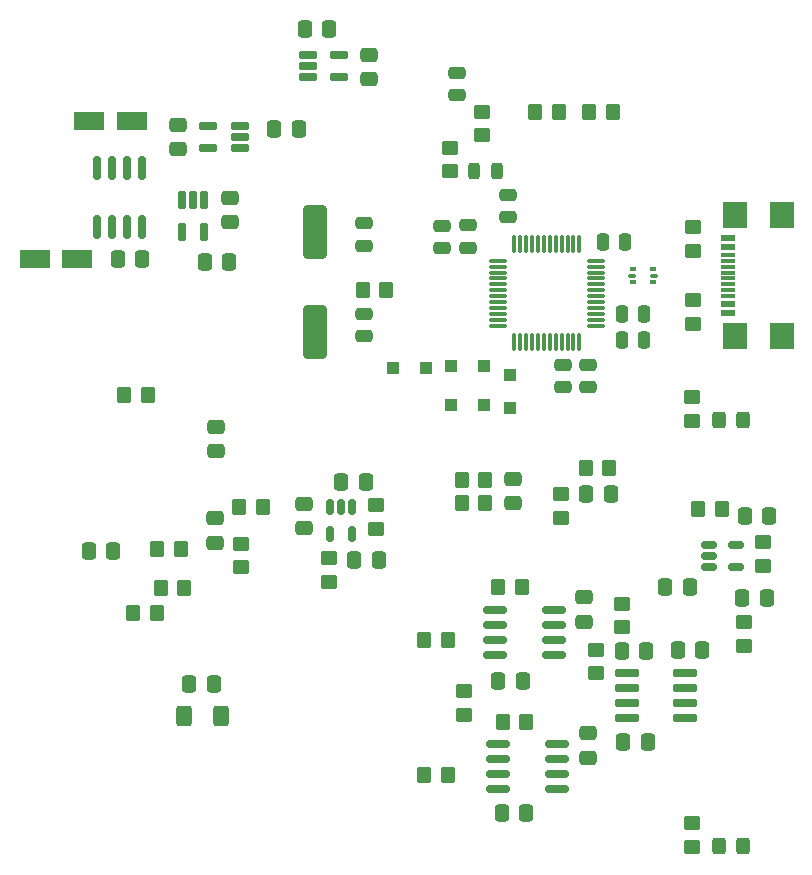
<source format=gbr>
%TF.GenerationSoftware,KiCad,Pcbnew,9.0.2*%
%TF.CreationDate,2025-11-12T20:00:32+01:00*%
%TF.ProjectId,precise_ammeter,70726563-6973-4655-9f61-6d6d65746572,rev?*%
%TF.SameCoordinates,Original*%
%TF.FileFunction,Paste,Top*%
%TF.FilePolarity,Positive*%
%FSLAX46Y46*%
G04 Gerber Fmt 4.6, Leading zero omitted, Abs format (unit mm)*
G04 Created by KiCad (PCBNEW 9.0.2) date 2025-11-12 20:00:32*
%MOMM*%
%LPD*%
G01*
G04 APERTURE LIST*
G04 Aperture macros list*
%AMRoundRect*
0 Rectangle with rounded corners*
0 $1 Rounding radius*
0 $2 $3 $4 $5 $6 $7 $8 $9 X,Y pos of 4 corners*
0 Add a 4 corners polygon primitive as box body*
4,1,4,$2,$3,$4,$5,$6,$7,$8,$9,$2,$3,0*
0 Add four circle primitives for the rounded corners*
1,1,$1+$1,$2,$3*
1,1,$1+$1,$4,$5*
1,1,$1+$1,$6,$7*
1,1,$1+$1,$8,$9*
0 Add four rect primitives between the rounded corners*
20,1,$1+$1,$2,$3,$4,$5,0*
20,1,$1+$1,$4,$5,$6,$7,0*
20,1,$1+$1,$6,$7,$8,$9,0*
20,1,$1+$1,$8,$9,$2,$3,0*%
G04 Aperture macros list end*
%ADD10RoundRect,0.250000X-0.750000X2.000000X-0.750000X-2.000000X0.750000X-2.000000X0.750000X2.000000X0*%
%ADD11RoundRect,0.250000X-0.450000X0.350000X-0.450000X-0.350000X0.450000X-0.350000X0.450000X0.350000X0*%
%ADD12RoundRect,0.250000X-0.337500X-0.475000X0.337500X-0.475000X0.337500X0.475000X-0.337500X0.475000X0*%
%ADD13RoundRect,0.250000X0.475000X-0.337500X0.475000X0.337500X-0.475000X0.337500X-0.475000X-0.337500X0*%
%ADD14RoundRect,0.250000X-0.475000X0.250000X-0.475000X-0.250000X0.475000X-0.250000X0.475000X0.250000X0*%
%ADD15RoundRect,0.250000X0.300000X0.300000X-0.300000X0.300000X-0.300000X-0.300000X0.300000X-0.300000X0*%
%ADD16RoundRect,0.250000X-0.350000X-0.450000X0.350000X-0.450000X0.350000X0.450000X-0.350000X0.450000X0*%
%ADD17RoundRect,0.250000X1.050000X0.550000X-1.050000X0.550000X-1.050000X-0.550000X1.050000X-0.550000X0*%
%ADD18RoundRect,0.250000X0.350000X0.450000X-0.350000X0.450000X-0.350000X-0.450000X0.350000X-0.450000X0*%
%ADD19RoundRect,0.250000X-0.400000X-0.625000X0.400000X-0.625000X0.400000X0.625000X-0.400000X0.625000X0*%
%ADD20RoundRect,0.150000X-0.150000X0.512500X-0.150000X-0.512500X0.150000X-0.512500X0.150000X0.512500X0*%
%ADD21RoundRect,0.250000X0.475000X-0.250000X0.475000X0.250000X-0.475000X0.250000X-0.475000X-0.250000X0*%
%ADD22RoundRect,0.250000X0.450000X-0.350000X0.450000X0.350000X-0.450000X0.350000X-0.450000X-0.350000X0*%
%ADD23RoundRect,0.250000X0.325000X0.450000X-0.325000X0.450000X-0.325000X-0.450000X0.325000X-0.450000X0*%
%ADD24RoundRect,0.250000X-0.250000X-0.475000X0.250000X-0.475000X0.250000X0.475000X-0.250000X0.475000X0*%
%ADD25RoundRect,0.250000X-1.050000X-0.550000X1.050000X-0.550000X1.050000X0.550000X-1.050000X0.550000X0*%
%ADD26RoundRect,0.250000X0.337500X0.475000X-0.337500X0.475000X-0.337500X-0.475000X0.337500X-0.475000X0*%
%ADD27RoundRect,0.250000X-0.475000X0.337500X-0.475000X-0.337500X0.475000X-0.337500X0.475000X0.337500X0*%
%ADD28RoundRect,0.150000X-0.150000X0.825000X-0.150000X-0.825000X0.150000X-0.825000X0.150000X0.825000X0*%
%ADD29RoundRect,0.250000X0.300000X-0.300000X0.300000X0.300000X-0.300000X0.300000X-0.300000X-0.300000X0*%
%ADD30RoundRect,0.243750X0.243750X0.456250X-0.243750X0.456250X-0.243750X-0.456250X0.243750X-0.456250X0*%
%ADD31RoundRect,0.075000X-0.910000X-0.225000X0.910000X-0.225000X0.910000X0.225000X-0.910000X0.225000X0*%
%ADD32R,1.150000X0.600000*%
%ADD33R,1.150000X0.300000*%
%ADD34R,2.000000X2.180000*%
%ADD35RoundRect,0.075000X-0.662500X-0.075000X0.662500X-0.075000X0.662500X0.075000X-0.662500X0.075000X0*%
%ADD36RoundRect,0.075000X-0.075000X-0.662500X0.075000X-0.662500X0.075000X0.662500X-0.075000X0.662500X0*%
%ADD37RoundRect,0.162500X-0.617500X-0.162500X0.617500X-0.162500X0.617500X0.162500X-0.617500X0.162500X0*%
%ADD38RoundRect,0.162500X0.617500X0.162500X-0.617500X0.162500X-0.617500X-0.162500X0.617500X-0.162500X0*%
%ADD39RoundRect,0.150000X-0.825000X-0.150000X0.825000X-0.150000X0.825000X0.150000X-0.825000X0.150000X0*%
%ADD40RoundRect,0.162500X-0.162500X0.617500X-0.162500X-0.617500X0.162500X-0.617500X0.162500X0.617500X0*%
%ADD41RoundRect,0.150000X-0.512500X-0.150000X0.512500X-0.150000X0.512500X0.150000X-0.512500X0.150000X0*%
%ADD42RoundRect,0.093750X-0.156250X-0.093750X0.156250X-0.093750X0.156250X0.093750X-0.156250X0.093750X0*%
%ADD43RoundRect,0.075000X-0.250000X-0.075000X0.250000X-0.075000X0.250000X0.075000X-0.250000X0.075000X0*%
G04 APERTURE END LIST*
D10*
%TO.C,Y1*%
X201200000Y-69532500D03*
X201200000Y-78032500D03*
%TD*%
D11*
%TO.C,R5*%
X212637500Y-62400000D03*
X212637500Y-64400000D03*
%TD*%
D12*
%TO.C,C20*%
X216975000Y-118700000D03*
X219050000Y-118700000D03*
%TD*%
D13*
%TO.C,C8*%
X192790000Y-88067500D03*
X192790000Y-85992500D03*
%TD*%
D14*
%TO.C,C36*%
X222200000Y-80750000D03*
X222200000Y-82650000D03*
%TD*%
D15*
%TO.C,D5*%
X210600000Y-81000000D03*
X207800000Y-81000000D03*
%TD*%
D16*
%TO.C,R3*%
X224100000Y-89500000D03*
X226100000Y-89500000D03*
%TD*%
D17*
%TO.C,C24*%
X185637500Y-60100000D03*
X182037500Y-60100000D03*
%TD*%
D18*
%TO.C,R7*%
X187800000Y-101800000D03*
X185800000Y-101800000D03*
%TD*%
D16*
%TO.C,R24*%
X216675000Y-99600000D03*
X218675000Y-99600000D03*
%TD*%
D19*
%TO.C,R_SENSE1*%
X190100000Y-110500000D03*
X193200000Y-110500000D03*
%TD*%
D12*
%TO.C,C25*%
X197700000Y-60800000D03*
X199775000Y-60800000D03*
%TD*%
D13*
%TO.C,C26*%
X189575000Y-62537500D03*
X189575000Y-60462500D03*
%TD*%
D20*
%TO.C,U2*%
X204306250Y-92830000D03*
X203356250Y-92830000D03*
X202406250Y-92830000D03*
X202406250Y-95105000D03*
X204306250Y-95105000D03*
%TD*%
D21*
%TO.C,C30*%
X211937500Y-70900000D03*
X211937500Y-69000000D03*
%TD*%
D22*
%TO.C,R12*%
X206356250Y-94667500D03*
X206356250Y-92667500D03*
%TD*%
D23*
%TO.C,D1*%
X237400000Y-121500000D03*
X235350000Y-121500000D03*
%TD*%
D16*
%TO.C,R31*%
X224400000Y-59400000D03*
X226400000Y-59400000D03*
%TD*%
D12*
%TO.C,C7*%
X182015000Y-96530000D03*
X184090000Y-96530000D03*
%TD*%
%TO.C,C13*%
X237562500Y-93600000D03*
X239637500Y-93600000D03*
%TD*%
D21*
%TO.C,C38*%
X214137500Y-70850000D03*
X214137500Y-68950000D03*
%TD*%
D24*
%TO.C,C37*%
X227150000Y-76500000D03*
X229050000Y-76500000D03*
%TD*%
D12*
%TO.C,C14*%
X237325000Y-100500000D03*
X239400000Y-100500000D03*
%TD*%
D25*
%TO.C,C27*%
X177437500Y-71800000D03*
X181037500Y-71800000D03*
%TD*%
D24*
%TO.C,C32*%
X227150000Y-78700000D03*
X229050000Y-78700000D03*
%TD*%
D13*
%TO.C,C19*%
X224250000Y-114037500D03*
X224250000Y-111962500D03*
%TD*%
D16*
%TO.C,R19*%
X210400000Y-104090000D03*
X212400000Y-104090000D03*
%TD*%
D26*
%TO.C,C28*%
X186537500Y-71800000D03*
X184462500Y-71800000D03*
%TD*%
D27*
%TO.C,C5*%
X205725000Y-54512500D03*
X205725000Y-56587500D03*
%TD*%
D22*
%TO.C,R21*%
X227125000Y-102995000D03*
X227125000Y-100995000D03*
%TD*%
D15*
%TO.C,D4*%
X215500000Y-84200000D03*
X212700000Y-84200000D03*
%TD*%
D12*
%TO.C,C11*%
X203381250Y-90667500D03*
X205456250Y-90667500D03*
%TD*%
D11*
%TO.C,R29*%
X233200000Y-75300000D03*
X233200000Y-77300000D03*
%TD*%
D18*
%TO.C,R30*%
X221800000Y-59400000D03*
X219800000Y-59400000D03*
%TD*%
D12*
%TO.C,C10*%
X204481250Y-97267500D03*
X206556250Y-97267500D03*
%TD*%
%TO.C,C2*%
X190537500Y-107800000D03*
X192612500Y-107800000D03*
%TD*%
D27*
%TO.C,C6*%
X192700000Y-93762500D03*
X192700000Y-95837500D03*
%TD*%
D22*
%TO.C,R22*%
X213800000Y-110400000D03*
X213800000Y-108400000D03*
%TD*%
D26*
%TO.C,C16*%
X233965000Y-104890000D03*
X231890000Y-104890000D03*
%TD*%
D11*
%TO.C,R10*%
X194900000Y-95900000D03*
X194900000Y-97900000D03*
%TD*%
D28*
%TO.C,U9*%
X186542500Y-64125000D03*
X185272500Y-64125000D03*
X184002500Y-64125000D03*
X182732500Y-64125000D03*
X182732500Y-69075000D03*
X184002500Y-69075000D03*
X185272500Y-69075000D03*
X186542500Y-69075000D03*
%TD*%
D29*
%TO.C,D6*%
X217700000Y-84400000D03*
X217700000Y-81600000D03*
%TD*%
D12*
%TO.C,C15*%
X227250000Y-112695000D03*
X229325000Y-112695000D03*
%TD*%
D26*
%TO.C,C12*%
X232900000Y-99600000D03*
X230825000Y-99600000D03*
%TD*%
D22*
%TO.C,R20*%
X224925000Y-106895000D03*
X224925000Y-104895000D03*
%TD*%
D18*
%TO.C,R4*%
X215600000Y-92500000D03*
X213600000Y-92500000D03*
%TD*%
D12*
%TO.C,C18*%
X216700000Y-107500000D03*
X218775000Y-107500000D03*
%TD*%
D16*
%TO.C,R8*%
X184990000Y-83330000D03*
X186990000Y-83330000D03*
%TD*%
D21*
%TO.C,C29*%
X205300000Y-70682500D03*
X205300000Y-68782500D03*
%TD*%
D18*
%TO.C,R16*%
X215600000Y-90500000D03*
X213600000Y-90500000D03*
%TD*%
D30*
%TO.C,D3*%
X216537500Y-64400000D03*
X214662500Y-64400000D03*
%TD*%
D31*
%TO.C,U4*%
X227585000Y-106895000D03*
X227585000Y-108165000D03*
X227585000Y-109435000D03*
X227585000Y-110705000D03*
X232525000Y-110705000D03*
X232525000Y-109435000D03*
X232525000Y-108165000D03*
X232525000Y-106895000D03*
%TD*%
D24*
%TO.C,C34*%
X225550000Y-70410000D03*
X227450000Y-70410000D03*
%TD*%
D14*
%TO.C,C35*%
X224300000Y-80750000D03*
X224300000Y-82650000D03*
%TD*%
D18*
%TO.C,R15*%
X235600000Y-92950000D03*
X233600000Y-92950000D03*
%TD*%
D15*
%TO.C,D7*%
X215500000Y-80900000D03*
X212700000Y-80900000D03*
%TD*%
D16*
%TO.C,R23*%
X217050000Y-111000000D03*
X219050000Y-111000000D03*
%TD*%
D11*
%TO.C,R1*%
X215337500Y-59340000D03*
X215337500Y-61340000D03*
%TD*%
D27*
%TO.C,C9*%
X200206250Y-92530000D03*
X200206250Y-94605000D03*
%TD*%
D32*
%TO.C,J3*%
X236162500Y-76410000D03*
X236162500Y-75610000D03*
D33*
X236162500Y-74460000D03*
X236162500Y-73460000D03*
X236162500Y-72960000D03*
X236162500Y-71960000D03*
D32*
X236162500Y-70010000D03*
X236162500Y-70810000D03*
D33*
X236162500Y-71460000D03*
X236162500Y-72460000D03*
X236162500Y-73960000D03*
X236162500Y-74960000D03*
D34*
X236737500Y-78320000D03*
X236737500Y-68100000D03*
X240667500Y-78320000D03*
X240667500Y-68100000D03*
%TD*%
D21*
%TO.C,C33*%
X217500000Y-68250000D03*
X217500000Y-66350000D03*
%TD*%
D35*
%TO.C,U11*%
X216637500Y-71960000D03*
X216637500Y-72460000D03*
X216637500Y-72960000D03*
X216637500Y-73460000D03*
X216637500Y-73960000D03*
X216637500Y-74460000D03*
X216637500Y-74960000D03*
X216637500Y-75460000D03*
X216637500Y-75960000D03*
X216637500Y-76460000D03*
X216637500Y-76960000D03*
X216637500Y-77460000D03*
D36*
X218050000Y-78872500D03*
X218550000Y-78872500D03*
X219050000Y-78872500D03*
X219550000Y-78872500D03*
X220050000Y-78872500D03*
X220550000Y-78872500D03*
X221050000Y-78872500D03*
X221550000Y-78872500D03*
X222050000Y-78872500D03*
X222550000Y-78872500D03*
X223050000Y-78872500D03*
X223550000Y-78872500D03*
D35*
X224962500Y-77460000D03*
X224962500Y-76960000D03*
X224962500Y-76460000D03*
X224962500Y-75960000D03*
X224962500Y-75460000D03*
X224962500Y-74960000D03*
X224962500Y-74460000D03*
X224962500Y-73960000D03*
X224962500Y-73460000D03*
X224962500Y-72960000D03*
X224962500Y-72460000D03*
X224962500Y-71960000D03*
D36*
X223550000Y-70547500D03*
X223050000Y-70547500D03*
X222550000Y-70547500D03*
X222050000Y-70547500D03*
X221550000Y-70547500D03*
X221050000Y-70547500D03*
X220550000Y-70547500D03*
X220050000Y-70547500D03*
X219550000Y-70547500D03*
X219050000Y-70547500D03*
X218550000Y-70547500D03*
X218050000Y-70547500D03*
%TD*%
D12*
%TO.C,C1*%
X200287500Y-52350000D03*
X202362500Y-52350000D03*
%TD*%
D14*
%TO.C,C31*%
X205300000Y-76432500D03*
X205300000Y-78332500D03*
%TD*%
D37*
%TO.C,U7*%
X200537500Y-54500000D03*
X200537500Y-55450000D03*
X200537500Y-56400000D03*
X203237500Y-56400000D03*
X203237500Y-54500000D03*
%TD*%
D11*
%TO.C,R27*%
X233100000Y-119575000D03*
X233100000Y-121575000D03*
%TD*%
D38*
%TO.C,U10*%
X194850000Y-62450000D03*
X194850000Y-61500000D03*
X194850000Y-60550000D03*
X192150000Y-60550000D03*
X192150000Y-62450000D03*
%TD*%
D11*
%TO.C,R2*%
X222000000Y-91700000D03*
X222000000Y-93700000D03*
%TD*%
D39*
%TO.C,U5*%
X216700000Y-112895000D03*
X216700000Y-114165000D03*
X216700000Y-115435000D03*
X216700000Y-116705000D03*
X221650000Y-116705000D03*
X221650000Y-115435000D03*
X221650000Y-114165000D03*
X221650000Y-112895000D03*
%TD*%
D14*
%TO.C,C40*%
X213200000Y-56050000D03*
X213200000Y-57950000D03*
%TD*%
D18*
%TO.C,R9*%
X189790000Y-96330000D03*
X187790000Y-96330000D03*
%TD*%
D11*
%TO.C,R26*%
X233100000Y-83500000D03*
X233100000Y-85500000D03*
%TD*%
D39*
%TO.C,U6*%
X216425000Y-101495000D03*
X216425000Y-102765000D03*
X216425000Y-104035000D03*
X216425000Y-105305000D03*
X221375000Y-105305000D03*
X221375000Y-104035000D03*
X221375000Y-102765000D03*
X221375000Y-101495000D03*
%TD*%
D27*
%TO.C,C4*%
X217900000Y-90425000D03*
X217900000Y-92500000D03*
%TD*%
D40*
%TO.C,U8*%
X191800000Y-66800000D03*
X190850000Y-66800000D03*
X189900000Y-66800000D03*
X189900000Y-69500000D03*
X191800000Y-69500000D03*
%TD*%
D13*
%TO.C,C21*%
X223975000Y-102537500D03*
X223975000Y-100462500D03*
%TD*%
D16*
%TO.C,R18*%
X210400000Y-115500000D03*
X212400000Y-115500000D03*
%TD*%
D11*
%TO.C,R14*%
X239100000Y-95800000D03*
X239100000Y-97800000D03*
%TD*%
D12*
%TO.C,C3*%
X224125000Y-91700000D03*
X226200000Y-91700000D03*
%TD*%
D16*
%TO.C,R11*%
X194756250Y-92767500D03*
X196756250Y-92767500D03*
%TD*%
D22*
%TO.C,R17*%
X237500000Y-104550000D03*
X237500000Y-102550000D03*
%TD*%
%TO.C,R13*%
X202356250Y-99167500D03*
X202356250Y-97167500D03*
%TD*%
D18*
%TO.C,R6*%
X190100000Y-99700000D03*
X188100000Y-99700000D03*
%TD*%
D22*
%TO.C,R28*%
X233200000Y-71100000D03*
X233200000Y-69100000D03*
%TD*%
D41*
%TO.C,U3*%
X234562500Y-96000000D03*
X234562500Y-96950000D03*
X234562500Y-97900000D03*
X236837500Y-97900000D03*
X236837500Y-96000000D03*
%TD*%
D23*
%TO.C,D2*%
X237400000Y-85400000D03*
X235350000Y-85400000D03*
%TD*%
D12*
%TO.C,C23*%
X191825000Y-72050000D03*
X193900000Y-72050000D03*
%TD*%
D16*
%TO.C,R25*%
X205200000Y-74400000D03*
X207200000Y-74400000D03*
%TD*%
D27*
%TO.C,C22*%
X194000000Y-66622500D03*
X194000000Y-68697500D03*
%TD*%
D12*
%TO.C,C17*%
X227150000Y-104995000D03*
X229225000Y-104995000D03*
%TD*%
D42*
%TO.C,U12*%
X228100000Y-72672500D03*
D43*
X228025000Y-73210000D03*
D42*
X228100000Y-73747500D03*
X229800000Y-73747500D03*
D43*
X229875000Y-73210000D03*
D42*
X229800000Y-72672500D03*
%TD*%
M02*

</source>
